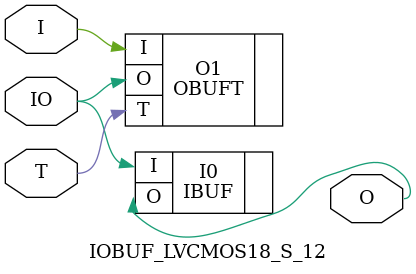
<source format=v>


`timescale  1 ps / 1 ps


module IOBUF_LVCMOS18_S_12 (O, IO, I, T);

    output O;

    inout  IO;

    input  I, T;

        OBUFT #(.IOSTANDARD("LVCMOS18"), .SLEW("SLOW"), .DRIVE(12)) O1 (.O(IO), .I(I), .T(T)); 
	IBUF #(.IOSTANDARD("LVCMOS18"))  I0 (.O(O), .I(IO));
        

endmodule



</source>
